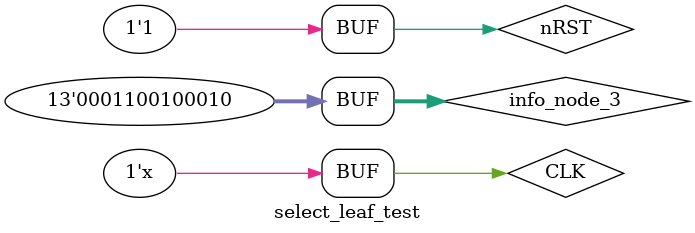
<source format=v>
`timescale 1ns / 1ps


module select_leaf_test;

	// Inputs
	reg CLK;
	reg nRST;
	reg [12:0] info_node_3;

	// Outputs
	wire [12:0] state_S0;


	// Instantiate the Unit Under Test (UUT)
	select_leaf uut (
		.CLK(CLK), 
		.nRST(nRST), 
		.state_S0(state_S0)
	);

	initial begin
		// Initialize Inputs
		CLK = 0;
		nRST = 0;
		info_node_3 = 13'b0001_1_0010_0010;

		#100;
        nRST = 1;
		// Add stimulus here

	end
	parameter DELAY = 1;
	always 
		#DELAY CLK = ~CLK; 
      
endmodule


</source>
